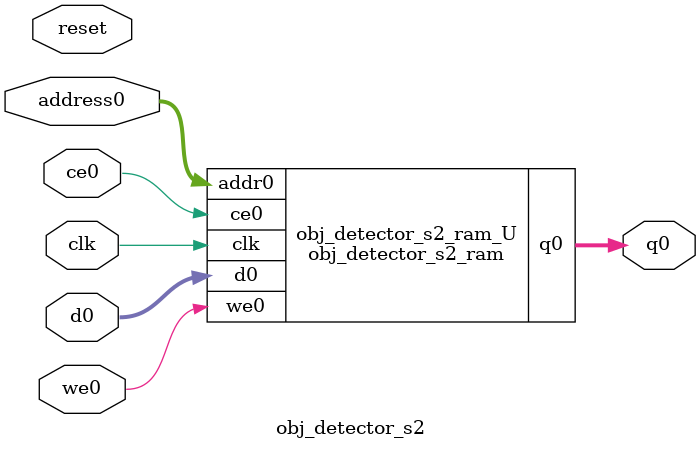
<source format=v>

`timescale 1 ns / 1 ps
module obj_detector_s2_ram (addr0, ce0, d0, we0, q0,  clk);

parameter DWIDTH = 32;
parameter AWIDTH = 10;
parameter MEM_SIZE = 864;

input[AWIDTH-1:0] addr0;
input ce0;
input[DWIDTH-1:0] d0;
input we0;
output reg[DWIDTH-1:0] q0;
input clk;

(* ram_style = "block" *)reg [DWIDTH-1:0] ram[MEM_SIZE-1:0];




always @(posedge clk)  
begin 
    if (ce0) 
    begin
        if (we0) 
        begin 
            ram[addr0] <= d0; 
            q0 <= d0;
        end 
        else 
            q0 <= ram[addr0];
    end
end


endmodule


`timescale 1 ns / 1 ps
module obj_detector_s2(
    reset,
    clk,
    address0,
    ce0,
    we0,
    d0,
    q0);

parameter DataWidth = 32'd32;
parameter AddressRange = 32'd864;
parameter AddressWidth = 32'd10;
input reset;
input clk;
input[AddressWidth - 1:0] address0;
input ce0;
input we0;
input[DataWidth - 1:0] d0;
output[DataWidth - 1:0] q0;



obj_detector_s2_ram obj_detector_s2_ram_U(
    .clk( clk ),
    .addr0( address0 ),
    .ce0( ce0 ),
    .d0( d0 ),
    .we0( we0 ),
    .q0( q0 ));

endmodule


</source>
